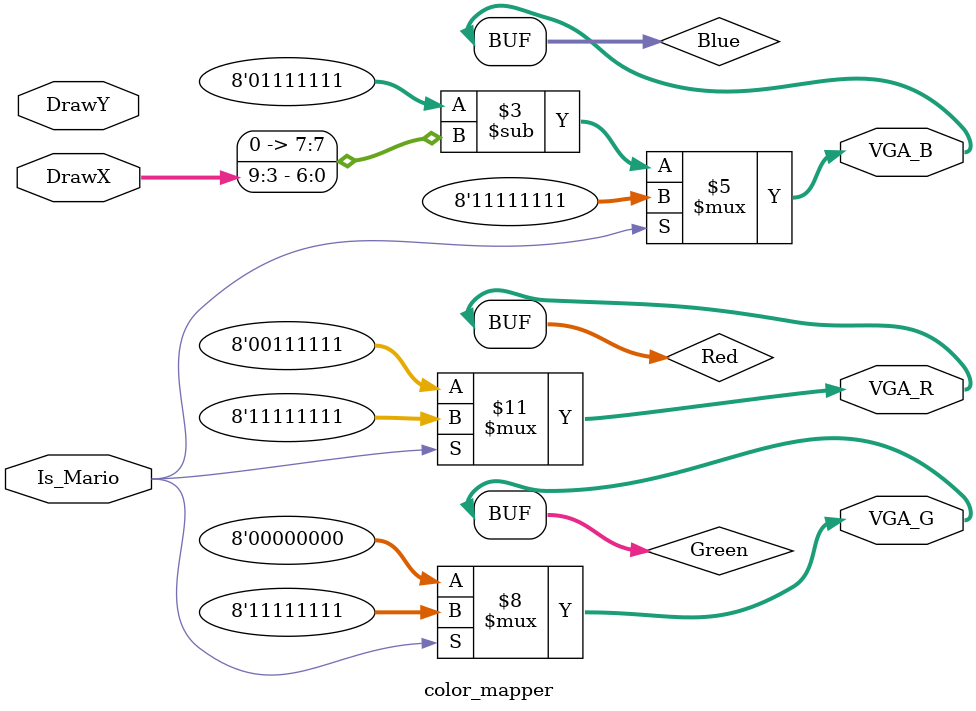
<source format=sv>

module  color_mapper ( input              Is_Mario,            // Whether current pixel belongs to ball 
                                                              //   or background (computed in ball.sv)
                       input        [9:0] DrawX, DrawY,       // Current pixel coordinates
                       output logic [7:0] VGA_R, VGA_G, VGA_B // VGA RGB output
                     );
    
    logic [7:0] Red, Green, Blue;
    
    // Output colors to VGA
    assign VGA_R = Red;
    assign VGA_G = Green;
    assign VGA_B = Blue;
    
    // Assign color based on Is_Mario signal
    always_comb
    begin
        if (Is_Mario == 1'b1) 
        begin
            // White ball
            Red = 8'hff;
            Green = 8'hff;
            Blue = 8'hff;
        end
        else 
        begin
            // Background with nice color gradient
            Red = 8'h3f; 
            Green = 8'h00;
            Blue = 8'h7f - {1'b0, DrawX[9:3]};
        end
    end 
    
endmodule

</source>
